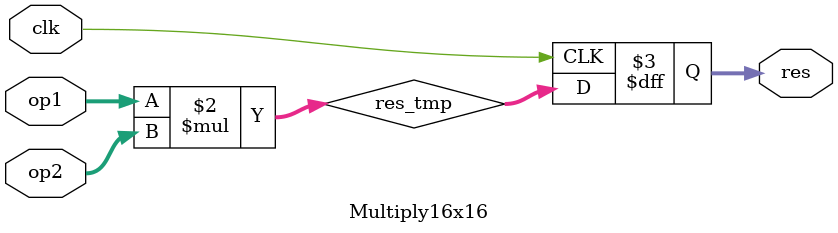
<source format=v>
module Multiply16x16 (op1, op2, res, clk);
/* 16-Bit multiplier */
input [15:0] op1, op2;
output [31:0] res;
input clk;
 
wire [31:0] res_tmp;
reg [31:0] res;
 
always @(posedge clk) begin
   res = res_tmp;
end
assign res_tmp = op1 * op2;
endmodule

</source>
